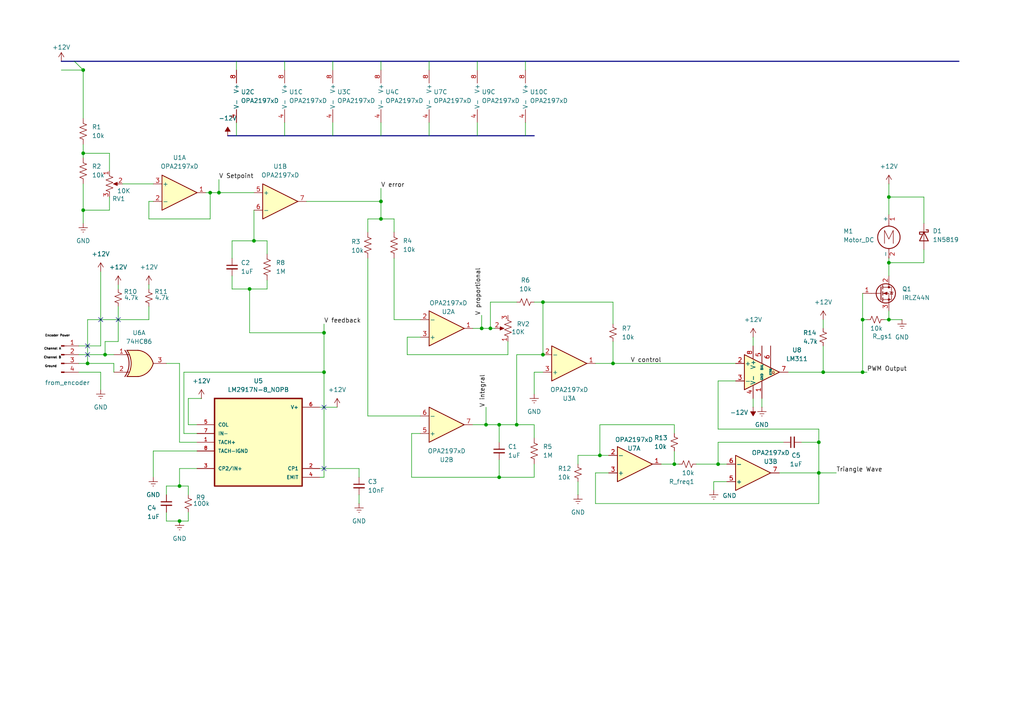
<source format=kicad_sch>
(kicad_sch (version 20250114) (generator "eeschema") (generator_version "9.0")
  (paper "A4")
  (title_block (title "Analog Cruise Control System for DC Motor Applications") (date "2025-09-11") (rev "1.1") (company "Derek Stoddard, Swaroop Handral"))
  (lib_symbols
    (symbol "74xx:74HC86" (pin_names (offset 1.016))
      (property "Reference" "U" (at 0 1.27 0))
      (property "Value" "74HC86" (at 0 -1.27 0))
      (symbol "74HC86_1_0"
        (arc (start -4.4196 3.81) (mid -3.2033 0) (end -4.4196 -3.81) (stroke (width 0.254)))
        (arc (start -3.81 3.81) (mid -2.589 0) (end -3.81 -3.81) (stroke (width 0.254)))
        (polyline (pts (xy -3.81 3.81) (xy -0.635 3.81)) (stroke (width 0.254)) (fill (type background)))
        (polyline (pts (xy -3.81 -3.81) (xy -0.635 -3.81)) (stroke (width 0.254)) (fill (type background)))
        (arc (start 3.81 0) (mid 2.1855 -2.584) (end -0.6096 -3.81) (stroke (width 0.254)) (fill (type background)))
        (arc (start -0.6096 3.81) (mid 2.1928 2.5924) (end 3.81 0) (stroke (width 0.254)) (fill (type background)))
        (polyline (pts (xy -0.635 3.81) (xy -3.81 3.81) (xy -3.81 3.81) (xy -3.556 3.4036) (xy -3.0226 2.2606) (xy -2.6924 1.0414) (xy -2.6162 -0.254) (xy -2.7686 -1.4986) (xy -3.175 -2.7178) (xy -3.81 -3.81) (xy -3.81 -3.81) (xy -0.635 -3.81)) (stroke (width -25.4)) (fill (type background)))
        (pin input line (at -7.62 2.54 0) (length 4.445) (name "~") (number "1"))
        (pin input line (at -7.62 -2.54 0) (length 4.445) (name "~") (number "2"))
        (pin output line (at 7.62 0 180) (length 3.81) (name "~") (number "3"))
      )
      (symbol "74HC86_1_1"
        (polyline (pts (xy -3.81 2.54) (xy -3.175 2.54)) (stroke (width 0.1524)))
        (polyline (pts (xy -3.81 -2.54) (xy -3.175 -2.54)) (stroke (width 0.1524)))
      )
      (symbol "74HC86_2_0"
        (arc (start -4.4196 3.81) (mid -3.2033 0) (end -4.4196 -3.81) (stroke (width 0.254)))
        (arc (start -3.81 3.81) (mid -2.589 0) (end -3.81 -3.81) (stroke (width 0.254)))
        (polyline (pts (xy -3.81 3.81) (xy -0.635 3.81)) (stroke (width 0.254)) (fill (type background)))
        (polyline (pts (xy -3.81 -3.81) (xy -0.635 -3.81)) (stroke (width 0.254)) (fill (type background)))
        (arc (start 3.81 0) (mid 2.1855 -2.584) (end -0.6096 -3.81) (stroke (width 0.254)) (fill (type background)))
        (arc (start -0.6096 3.81) (mid 2.1928 2.5924) (end 3.81 0) (stroke (width 0.254)) (fill (type background)))
        (polyline (pts (xy -0.635 3.81) (xy -3.81 3.81) (xy -3.81 3.81) (xy -3.556 3.4036) (xy -3.0226 2.2606) (xy -2.6924 1.0414) (xy -2.6162 -0.254) (xy -2.7686 -1.4986) (xy -3.175 -2.7178) (xy -3.81 -3.81) (xy -3.81 -3.81) (xy -0.635 -3.81)) (stroke (width -25.4)) (fill (type background)))
        (pin input line (at -7.62 2.54 0) (length 4.445) (name "~") (number "4"))
        (pin input line (at -7.62 -2.54 0) (length 4.445) (name "~") (number "5"))
        (pin output line (at 7.62 0 180) (length 3.81) (name "~") (number "6"))
      )
      (symbol "74HC86_2_1"
        (polyline (pts (xy -3.81 2.54) (xy -3.175 2.54)) (stroke (width 0.1524)))
        (polyline (pts (xy -3.81 -2.54) (xy -3.175 -2.54)) (stroke (width 0.1524)))
      )
      (symbol "74HC86_3_0"
        (arc (start -4.4196 3.81) (mid -3.2033 0) (end -4.4196 -3.81) (stroke (width 0.254)))
        (arc (start -3.81 3.81) (mid -2.589 0) (end -3.81 -3.81) (stroke (width 0.254)))
        (polyline (pts (xy -3.81 3.81) (xy -0.635 3.81)) (stroke (width 0.254)) (fill (type background)))
        (polyline (pts (xy -3.81 -3.81) (xy -0.635 -3.81)) (stroke (width 0.254)) (fill (type background)))
        (arc (start 3.81 0) (mid 2.1855 -2.584) (end -0.6096 -3.81) (stroke (width 0.254)) (fill (type background)))
        (arc (start -0.6096 3.81) (mid 2.1928 2.5924) (end 3.81 0) (stroke (width 0.254)) (fill (type background)))
        (polyline (pts (xy -0.635 3.81) (xy -3.81 3.81) (xy -3.81 3.81) (xy -3.556 3.4036) (xy -3.0226 2.2606) (xy -2.6924 1.0414) (xy -2.6162 -0.254) (xy -2.7686 -1.4986) (xy -3.175 -2.7178) (xy -3.81 -3.81) (xy -3.81 -3.81) (xy -0.635 -3.81)) (stroke (width -25.4)) (fill (type background)))
        (pin input line (at -7.62 2.54 0) (length 4.445) (name "~") (number "9"))
        (pin input line (at -7.62 -2.54 0) (length 4.445) (name "~") (number "10"))
        (pin output line (at 7.62 0 180) (length 3.81) (name "~") (number "8"))
      )
      (symbol "74HC86_3_1"
        (polyline (pts (xy -3.81 2.54) (xy -3.175 2.54)) (stroke (width 0.1524)))
        (polyline (pts (xy -3.81 -2.54) (xy -3.175 -2.54)) (stroke (width 0.1524)))
      )
      (symbol "74HC86_4_0"
        (arc (start -4.4196 3.81) (mid -3.2033 0) (end -4.4196 -3.81) (stroke (width 0.254)))
        (arc (start -3.81 3.81) (mid -2.589 0) (end -3.81 -3.81) (stroke (width 0.254)))
        (polyline (pts (xy -3.81 3.81) (xy -0.635 3.81)) (stroke (width 0.254)) (fill (type background)))
        (polyline (pts (xy -3.81 -3.81) (xy -0.635 -3.81)) (stroke (width 0.254)) (fill (type background)))
        (arc (start 3.81 0) (mid 2.1855 -2.584) (end -0.6096 -3.81) (stroke (width 0.254)) (fill (type background)))
        (arc (start -0.6096 3.81) (mid 2.1928 2.5924) (end 3.81 0) (stroke (width 0.254)) (fill (type background)))
        (polyline (pts (xy -0.635 3.81) (xy -3.81 3.81) (xy -3.81 3.81) (xy -3.556 3.4036) (xy -3.0226 2.2606) (xy -2.6924 1.0414) (xy -2.6162 -0.254) (xy -2.7686 -1.4986) (xy -3.175 -2.7178) (xy -3.81 -3.81) (xy -3.81 -3.81) (xy -0.635 -3.81)) (stroke (width -25.4)) (fill (type background)))
        (pin input line (at -7.62 2.54 0) (length 4.445) (name "~") (number "12"))
        (pin input line (at -7.62 -2.54 0) (length 4.445) (name "~") (number "13"))
        (pin output line (at 7.62 0 180) (length 3.81) (name "~") (number "11"))
      )
      (symbol "74HC86_4_1"
        (polyline (pts (xy -3.81 2.54) (xy -3.175 2.54)) (stroke (width 0.1524)))
        (polyline (pts (xy -3.81 -2.54) (xy -3.175 -2.54)) (stroke (width 0.1524)))
      )
      (symbol "74HC86_5_0"
        (pin power_in line (at 0 12.7 270) (length 5.08) (name "VCC") (number "14"))
        (pin power_in line (at 0 -12.7 90) (length 5.08) (name "GND") (number "7"))
      )
      (symbol "74HC86_5_1"
        (rectangle (start -5.08 7.62) (end 5.08 -7.62) (stroke (width 0.254)) (fill (type background)))
      )
    )
    (symbol "Amplifier_Operational:OPA2197xD" (pin_names (offset 0.127))
      (property "Reference" "U" (at 2.54 6.35 0))
      (property "Value" "OPA2197xD" (at 2.54 3.81 0))
      (symbol "OPA2197xD_1_1"
        (polyline (pts (xy 5.08 0) (xy -5.08 5.08) (xy -5.08 -5.08) (xy 5.08 0)) (stroke (width 0.254)) (fill (type background)))
        (pin input line (at -7.62 2.54 0) (length 2.54) (name "+") (number "3"))
        (pin input line (at -7.62 -2.54 0) (length 2.54) (name "-") (number "2"))
        (pin output line (at 7.62 0 180) (length 2.54) (name "~") (number "1"))
      )
      (symbol "OPA2197xD_2_1"
        (polyline (pts (xy 5.08 0) (xy -5.08 5.08) (xy -5.08 -5.08) (xy 5.08 0)) (stroke (width 0.254)) (fill (type background)))
        (pin input line (at -7.62 2.54 0) (length 2.54) (name "+") (number "5"))
        (pin input line (at -7.62 -2.54 0) (length 2.54) (name "-") (number "6"))
        (pin output line (at 7.62 0 180) (length 2.54) (name "~") (number "7"))
      )
      (symbol "OPA2197xD_3_1"
        (pin power_in line (at 0 7.62 270) (length 3.81) (name "V+") (number "8"))
        (pin power_in line (at 0 -7.62 90) (length 3.81) (name "V-") (number "4"))
      )
    )
    (symbol "Comparator:LM311" (pin_names (offset 0.127))
      (property "Reference" "U" (at 3.81 6.35 0))
      (property "Value" "LM311" (at 3.81 3.81 0))
      (symbol "LM311_0_1"
        (polyline (pts (xy 3.683 -0.381) (xy 3.302 -0.381) (xy 3.683 0) (xy 3.302 0.381) (xy 2.921 0) (xy 3.302 -0.381) (xy 2.921 -0.381)) (stroke (width 0.127)))
        (polyline (pts (xy 5.08 0) (xy -5.08 5.08) (xy -5.08 -5.08) (xy 5.08 0)) (stroke (width 0.254)) (fill (type background)))
      )
      (symbol "LM311_1_1"
        (pin input line (at -7.62 2.54 0) (length 2.54) (name "+") (number "2"))
        (pin input line (at -7.62 -2.54 0) (length 2.54) (name "-") (number "3"))
        (pin power_in line (at -2.54 7.62 270) (length 3.81) (name "V+") (number "8"))
        (pin power_in line (at -2.54 -7.62 90) (length 3.81) (name "V-") (number "4"))
        (pin input line (at 0 7.62 270) (length 5.08) (name "BAL") (number "5"))
        (pin passive line (at 0 -7.62 90) (length 5.08) (name "GND") (number "1"))
        (pin input line (at 2.54 7.62 270) (length 6.35) (name "STRB") (number "6"))
        (pin open_collector line (at 7.62 0 180) (length 2.54) (name "~") (number "7"))
      )
    )
    (symbol "Connector:Conn_01x04_Pin" (pin_names (offset 1.016) (hide yes))
      (property "Reference" "J" (at 0 5.08 0))
      (property "Value" "Conn_01x04_Pin" (at 0 -7.62 0))
      (symbol "Conn_01x04_Pin_1_1"
        (rectangle (start 0.8636 2.667) (end 0 2.413) (stroke (width 0.1524)) (fill (type outline)))
        (rectangle (start 0.8636 0.127) (end 0 -0.127) (stroke (width 0.1524)) (fill (type outline)))
        (rectangle (start 0.8636 -2.413) (end 0 -2.667) (stroke (width 0.1524)) (fill (type outline)))
        (rectangle (start 0.8636 -4.953) (end 0 -5.207) (stroke (width 0.1524)) (fill (type outline)))
        (polyline (pts (xy 1.27 2.54) (xy 0.8636 2.54)) (stroke (width 0.1524)))
        (polyline (pts (xy 1.27 0) (xy 0.8636 0)) (stroke (width 0.1524)))
        (polyline (pts (xy 1.27 -2.54) (xy 0.8636 -2.54)) (stroke (width 0.1524)))
        (polyline (pts (xy 1.27 -5.08) (xy 0.8636 -5.08)) (stroke (width 0.1524)))
        (pin passive line (at 5.08 2.54 180) (length 3.81) (name "Pin_1") (number "1"))
        (pin passive line (at 5.08 0 180) (length 3.81) (name "Pin_2") (number "2"))
        (pin passive line (at 5.08 -2.54 180) (length 3.81) (name "Pin_3") (number "3"))
        (pin passive line (at 5.08 -5.08 180) (length 3.81) (name "Pin_4") (number "4"))
      )
    )
    (symbol "Device:C_Small" (pin_numbers (hide yes)) (pin_names (offset 0.254) (hide yes))
      (property "Reference" "C" (at 0.254 1.778 0))
      (property "Value" "C_Small" (at 0.254 -2.032 0))
      (symbol "C_Small_0_1"
        (polyline (pts (xy -1.524 0.508) (xy 1.524 0.508)) (stroke (width 0.3048)))
        (polyline (pts (xy -1.524 -0.508) (xy 1.524 -0.508)) (stroke (width 0.3302)))
      )
      (symbol "C_Small_1_1"
        (pin passive line (at 0 2.54 270) (length 2.032) (name "~") (number "1"))
        (pin passive line (at 0 -2.54 90) (length 2.032) (name "~") (number "2"))
      )
    )
    (symbol "Device:R_Potentiometer_US" (pin_names (offset 1.016) (hide yes))
      (property "Reference" "RV" (at -4.445 0 90))
      (property "Value" "R_Potentiometer_US" (at -2.54 0 90))
      (symbol "R_Potentiometer_US_0_1"
        (polyline (pts (xy 0 2.54) (xy 0 2.286)))
        (polyline (pts (xy 0 2.286) (xy 1.016 1.905) (xy 0 1.524) (xy -1.016 1.143) (xy 0 0.762)))
        (polyline (pts (xy 0 0.762) (xy 1.016 0.381) (xy 0 0) (xy -1.016 -0.381) (xy 0 -0.762)))
        (polyline (pts (xy 0 -0.762) (xy 1.016 -1.143) (xy 0 -1.524) (xy -1.016 -1.905) (xy 0 -2.286)))
        (polyline (pts (xy 0 -2.286) (xy 0 -2.54)))
        (polyline (pts (xy 1.143 0) (xy 2.286 0.508) (xy 2.286 -0.508) (xy 1.143 0)) (fill (type outline)))
        (polyline (pts (xy 2.54 0) (xy 1.524 0)))
      )
      (symbol "R_Potentiometer_US_1_1"
        (pin passive line (at 0 3.81 270) (length 1.27) (name "1") (number "1"))
        (pin passive line (at 0 -3.81 90) (length 1.27) (name "3") (number "3"))
        (pin passive line (at 3.81 0 180) (length 1.27) (name "2") (number "2"))
      )
    )
    (symbol "Device:R_Small_US" (pin_numbers (hide yes)) (pin_names (offset 0.254) (hide yes))
      (property "Reference" "R" (at 0.762 0.508 0))
      (property "Value" "R_Small_US" (at 0.762 -1.016 0))
      (symbol "R_Small_US_1_1"
        (polyline (pts (xy 0 1.524) (xy 1.016 1.143) (xy 0 0.762) (xy -1.016 0.381) (xy 0 0)))
        (polyline (pts (xy 0 0) (xy 1.016 -0.381) (xy 0 -0.762) (xy -1.016 -1.143) (xy 0 -1.524)))
        (pin passive line (at 0 2.54 270) (length 1.016) (name "~") (number "1"))
        (pin passive line (at 0 -2.54 90) (length 1.016) (name "~") (number "2"))
      )
    )
    (symbol "Device:R_US" (pin_numbers (hide yes)) (pin_names (offset 0))
      (property "Reference" "R" (at 2.54 0 90))
      (property "Value" "R_US" (at -2.54 0 90))
      (symbol "R_US_0_1"
        (polyline (pts (xy 0 2.286) (xy 0 2.54)))
        (polyline (pts (xy 0 2.286) (xy 1.016 1.905) (xy 0 1.524) (xy -1.016 1.143) (xy 0 0.762)))
        (polyline (pts (xy 0 0.762) (xy 1.016 0.381) (xy 0 0) (xy -1.016 -0.381) (xy 0 -0.762)))
        (polyline (pts (xy 0 -0.762) (xy 1.016 -1.143) (xy 0 -1.524) (xy -1.016 -1.905) (xy 0 -2.286)))
        (polyline (pts (xy 0 -2.286) (xy 0 -2.54)))
      )
      (symbol "R_US_1_1"
        (pin passive line (at 0 3.81 270) (length 1.27) (name "~") (number "1"))
        (pin passive line (at 0 -3.81 90) (length 1.27) (name "~") (number "2"))
      )
    )
    (symbol "Diode:1N5819" (pin_numbers (hide yes)) (pin_names (offset 1.016) (hide yes))
      (property "Reference" "D" (at 0 2.54 0))
      (property "Value" "1N5819" (at 0 -2.54 0))
      (symbol "1N5819_0_1"
        (polyline (pts (xy -1.905 0.635) (xy -1.905 1.27) (xy -1.27 1.27) (xy -1.27 -1.27) (xy -0.635 -1.27) (xy -0.635 -0.635)) (stroke (width 0.254)))
        (polyline (pts (xy 1.27 1.27) (xy 1.27 -1.27) (xy -1.27 0) (xy 1.27 1.27)) (stroke (width 0.254)))
        (polyline (pts (xy 1.27 0) (xy -1.27 0)))
      )
      (symbol "1N5819_1_1"
        (pin passive line (at -3.81 0 0) (length 2.54) (name "K") (number "1"))
        (pin passive line (at 3.81 0 180) (length 2.54) (name "A") (number "2"))
      )
    )
    (symbol "LM2917N-8_NOPB:LM2917N-8_NOPB" (pin_names (offset 1.016))
      (property "Reference" "U" (at -12.7 13.7 0))
      (property "Value" "LM2917N-8_NOPB" (at -12.7 -16.7 0))
      (symbol "LM2917N-8_NOPB_0_0"
        (rectangle (start -12.7 -12.7) (end 12.7 12.7) (stroke (width 0.41)) (fill (type background)))
        (pin input line (at -17.78 5.08 0) (length 5.08) (name "COL") (number "5"))
        (pin input line (at -17.78 2.54 0) (length 5.08) (name "IN-") (number "7"))
        (pin input line (at -17.78 0 0) (length 5.08) (name "TACH+") (number "1"))
        (pin input line (at -17.78 -2.54 0) (length 5.08) (name "TACH-IGND") (number "8"))
        (pin bidirectional line (at -17.78 -7.62 0) (length 5.08) (name "CP2/IN+") (number "3"))
        (pin power_in line (at 17.78 10.16 180) (length 5.08) (name "V+") (number "6"))
        (pin output line (at 17.78 -7.62 180) (length 5.08) (name "CP1") (number "2"))
        (pin output line (at 17.78 -10.16 180) (length 5.08) (name "EMIT") (number "4"))
      )
    )
    (symbol "Motor:Motor_DC" (pin_names (offset 0))
      (property "Reference" "M" (at 2.54 2.54 0))
      (property "Value" "Motor_DC" (at 2.54 -5.08 0))
      (symbol "Motor_DC_0_0"
        (polyline (pts (xy -1.27 -3.302) (xy -1.27 0.508) (xy 0 -2.032) (xy 1.27 0.508) (xy 1.27 -3.302)))
      )
      (symbol "Motor_DC_0_1"
        (polyline (pts (xy 0 2.032) (xy 0 2.54)))
        (polyline (pts (xy 0 1.7272) (xy 0 2.0828)))
        (circle (center 0 -1.524) (radius 3.2512) (stroke (width 0.254)))
        (polyline (pts (xy 0 -4.7752) (xy 0 -5.1816)))
        (polyline (pts (xy 0 -7.62) (xy 0 -7.112)))
      )
      (symbol "Motor_DC_1_1"
        (pin passive line (at 0 5.08 270) (length 2.54) (name "+") (number "1"))
        (pin passive line (at 0 -7.62 90) (length 2.54) (name "-") (number "2"))
      )
    )
    (symbol "Transistor_FET:IRLZ44N" (pin_names (hide yes))
      (property "Reference" "Q" (at 5.08 1.905 0))
      (property "Value" "IRLZ44N" (at 5.08 0 0))
      (symbol "IRLZ44N_0_1"
        (polyline (pts (xy 0.254 1.905) (xy 0.254 -1.905)) (stroke (width 0.254)))
        (polyline (pts (xy 0.254 0) (xy -2.54 0)))
        (polyline (pts (xy 0.762 2.286) (xy 0.762 1.27)) (stroke (width 0.254)))
        (polyline (pts (xy 0.762 0.508) (xy 0.762 -0.508)) (stroke (width 0.254)))
        (polyline (pts (xy 0.762 -1.27) (xy 0.762 -2.286)) (stroke (width 0.254)))
        (polyline (pts (xy 0.762 -1.778) (xy 3.302 -1.778) (xy 3.302 1.778) (xy 0.762 1.778)))
        (polyline (pts (xy 1.016 0) (xy 2.032 0.381) (xy 2.032 -0.381) (xy 1.016 0)) (fill (type outline)))
        (circle (center 1.651 0) (radius 2.794) (stroke (width 0.254)))
        (polyline (pts (xy 2.54 2.54) (xy 2.54 1.778)))
        (circle (center 2.54 1.778) (radius 0.254) (fill (type outline)))
        (circle (center 2.54 -1.778) (radius 0.254) (fill (type outline)))
        (polyline (pts (xy 2.54 -2.54) (xy 2.54 0) (xy 0.762 0)))
        (polyline (pts (xy 2.794 0.508) (xy 2.921 0.381) (xy 3.683 0.381) (xy 3.81 0.254)))
        (polyline (pts (xy 3.302 0.381) (xy 2.921 -0.254) (xy 3.683 -0.254) (xy 3.302 0.381)))
      )
      (symbol "IRLZ44N_1_1"
        (pin input line (at -5.08 0 0) (length 2.54) (name "G") (number "1"))
        (pin passive line (at 2.54 5.08 270) (length 2.54) (name "D") (number "2"))
        (pin passive line (at 2.54 -5.08 90) (length 2.54) (name "S") (number "3"))
      )
    )
    (symbol "power:+12V" (power) (pin_numbers (hide yes)) (pin_names (offset 0) (hide yes))
      (property "Value" "+12V" (at 0 3.556 0))
      (symbol "+12V_0_1"
        (polyline (pts (xy -0.762 1.27) (xy 0 2.54)))
        (polyline (pts (xy 0 2.54) (xy 0.762 1.27)))
        (polyline (pts (xy 0 0) (xy 0 2.54)))
      )
      (symbol "+12V_1_1"
        (pin power_in line (at 0 0 90) (length 0) (name "~") (number "1"))
      )
    )
    (symbol "power:-12V" (power) (pin_numbers (hide yes)) (pin_names (offset 0) (hide yes))
      (property "Value" "-12V" (at 0 3.556 0))
      (symbol "-12V_0_0"
        (pin power_in line (at 0 0 90) (length 0) (name "~") (number "1"))
      )
      (symbol "-12V_0_1"
        (polyline (pts (xy 0 0) (xy 0 1.27) (xy 0.762 1.27) (xy 0 2.54) (xy -0.762 1.27) (xy 0 1.27)) (fill (type outline)))
      )
    )
    (symbol "power:GNDREF" (power) (pin_numbers (hide yes)) (pin_names (offset 0) (hide yes))
      (property "Value" "GNDREF" (at 0 -3.81 0))
      (symbol "GNDREF_0_1"
        (polyline (pts (xy -0.635 -1.905) (xy 0.635 -1.905)))
        (polyline (pts (xy -0.127 -2.54) (xy 0.127 -2.54)))
        (polyline (pts (xy 0 -1.27) (xy 0 0)))
        (polyline (pts (xy 1.27 -1.27) (xy -1.27 -1.27)))
      )
      (symbol "GNDREF_1_1"
        (pin power_in line (at 0 0 270) (length 0) (name "~") (number "1"))
      )
    )
  )
  (junction (at 93.98 107.95))
  (junction (at 177.8 105.41))
  (junction (at 52.07 140.97))
  (junction (at 157.48 102.87))
  (junction (at 149.86 123.19))
  (junction (at 208.28 134.62))
  (junction (at 72.39 83.82))
  (junction (at 52.07 151.13))
  (junction (at 257.81 76.2))
  (junction (at 93.98 96.52))
  (junction (at 250.19 92.71))
  (junction (at 63.5 55.88))
  (junction (at 238.76 107.95))
  (junction (at 73.66 69.85))
  (junction (at 144.78 123.19))
  (junction (at 24.13 60.96))
  (junction (at 195.58 134.62))
  (junction (at 237.49 137.16))
  (junction (at 24.13 20.32))
  (junction (at 157.48 87.63))
  (junction (at 257.81 92.71))
  (junction (at 60.96 55.88))
  (junction (at 139.7 95.25))
  (junction (at 110.49 58.42))
  (junction (at 110.49 63.5))
  (junction (at 140.97 123.19))
  (junction (at 237.49 128.27))
  (junction (at 257.81 57.15))
  (junction (at 250.19 107.95))
  (junction (at 25.4 105.41))
  (junction (at 173.99 132.08))
  (junction (at 30.48 102.87))
  (junction (at 24.13 44.45))
  (junction (at 142.24 95.25))
  (junction (at 144.78 138.43))
  (no_connect (at 29.21 92.71))
  (no_connect (at 25.4 100.33))
  (no_connect (at 25.4 102.87))
  (no_connect (at 34.29 92.71))
  (no_connect (at 93.98 118.11))
  (no_connect (at 93.98 135.89))
  (bus_entry (at 21.59 17.78) (size 2.54 2.54))
  (wire (pts (xy 142.24 95.25) (xy 143.51 95.25)))
  (wire (pts (xy 25.4 105.41) (xy 33.02 105.41)))
  (wire (pts (xy 124.46 17.78) (xy 124.46 20.32)))
  (wire (pts (xy 30.48 99.06) (xy 30.48 102.87)))
  (wire (pts (xy 176.53 132.08) (xy 173.99 132.08)))
  (wire (pts (xy 238.76 92.71) (xy 238.76 95.25)))
  (wire (pts (xy 22.86 100.33) (xy 29.21 100.33)))
  (wire (pts (xy 30.48 102.87) (xy 33.02 102.87)))
  (wire (pts (xy 191.77 134.62) (xy 195.58 134.62)))
  (wire (pts (xy 57.15 130.81) (xy 44.45 130.81)))
  (wire (pts (xy 53.34 125.73) (xy 57.15 125.73)))
  (wire (pts (xy 52.07 135.89) (xy 52.07 140.97)))
  (wire (pts (xy 104.14 143.51) (xy 104.14 146.05)))
  (wire (pts (xy 44.45 130.81) (xy 44.45 138.43)))
  (wire (pts (xy 93.98 138.43) (xy 93.98 107.95)))
  (wire (pts (xy 93.98 107.95) (xy 53.34 107.95)))
  (wire (pts (xy 63.5 52.07) (xy 63.5 55.88)))
  (wire (pts (xy 149.86 123.19) (xy 154.94 123.19)))
  (wire (pts (xy 172.72 137.16) (xy 172.72 146.05)))
  (wire (pts (xy 48.26 151.13) (xy 52.07 151.13)))
  (wire (pts (xy 250.19 85.09) (xy 250.19 92.71)))
  (wire (pts (xy 149.86 102.87) (xy 149.86 123.19)))
  (wire (pts (xy 96.52 35.56) (xy 96.52 39.37)))
  (wire (pts (xy 63.5 55.88) (xy 73.66 55.88)))
  (wire (pts (xy 110.49 17.78) (xy 110.49 20.32)))
  (bus (pts (xy 17.78 17.78) (xy 21.59 17.78)))
  (wire (pts (xy 177.8 105.41) (xy 213.36 105.41)))
  (wire (pts (xy 77.47 73.66) (xy 77.47 69.85)))
  (wire (pts (xy 24.13 53.34) (xy 24.13 60.96)))
  (wire (pts (xy 257.81 57.15) (xy 257.81 62.23)))
  (wire (pts (xy 114.3 74.93) (xy 114.3 92.71)))
  (wire (pts (xy 208.28 124.46) (xy 237.49 124.46)))
  (wire (pts (xy 110.49 63.5) (xy 114.3 63.5)))
  (wire (pts (xy 177.8 105.41) (xy 177.8 99.06)))
  (wire (pts (xy 218.44 115.57) (xy 218.44 118.11)))
  (wire (pts (xy 29.21 78.74) (xy 29.21 100.33)))
  (wire (pts (xy 251.46 107.95) (xy 250.19 107.95)))
  (wire (pts (xy 152.4 35.56) (xy 152.4 39.37)))
  (wire (pts (xy 157.48 87.63) (xy 157.48 102.87)))
  (wire (pts (xy 138.43 17.78) (xy 138.43 20.32)))
  (wire (pts (xy 72.39 96.52) (xy 72.39 83.82)))
  (wire (pts (xy 44.45 58.42) (xy 43.18 58.42)))
  (wire (pts (xy 157.48 107.95) (xy 154.94 107.95)))
  (wire (pts (xy 24.13 20.32) (xy 24.13 34.29)))
  (wire (pts (xy 208.28 128.27) (xy 208.28 134.62)))
  (wire (pts (xy 257.81 74.93) (xy 257.81 76.2)))
  (wire (pts (xy 140.97 118.11) (xy 140.97 123.19)))
  (wire (pts (xy 25.4 92.71) (xy 25.4 105.41)))
  (wire (pts (xy 29.21 107.95) (xy 29.21 113.03)))
  (wire (pts (xy 119.38 138.43) (xy 119.38 125.73)))
  (bus (pts (xy 66.04 39.37) (xy 154.94 39.37)))
  (wire (pts (xy 208.28 134.62) (xy 210.82 134.62)))
  (wire (pts (xy 104.14 135.89) (xy 104.14 138.43)))
  (wire (pts (xy 33.02 105.41) (xy 33.02 107.95)))
  (wire (pts (xy 72.39 83.82) (xy 77.47 83.82)))
  (wire (pts (xy 119.38 125.73) (xy 121.92 125.73)))
  (wire (pts (xy 210.82 139.7) (xy 207.01 139.7)))
  (wire (pts (xy 257.81 53.34) (xy 257.81 57.15)))
  (wire (pts (xy 77.47 81.28) (xy 77.47 83.82)))
  (wire (pts (xy 43.18 63.5) (xy 60.96 63.5)))
  (wire (pts (xy 118.11 97.79) (xy 121.92 97.79)))
  (wire (pts (xy 34.29 99.06) (xy 30.48 99.06)))
  (wire (pts (xy 144.78 133.35) (xy 144.78 138.43)))
  (wire (pts (xy 144.78 138.43) (xy 119.38 138.43)))
  (wire (pts (xy 54.61 143.51) (xy 54.61 140.97)))
  (wire (pts (xy 93.98 96.52) (xy 93.98 107.95)))
  (wire (pts (xy 31.75 49.53) (xy 31.75 44.45)))
  (wire (pts (xy 31.75 57.15) (xy 31.75 60.96)))
  (wire (pts (xy 52.07 105.41) (xy 52.07 128.27)))
  (wire (pts (xy 176.53 137.16) (xy 172.72 137.16)))
  (wire (pts (xy 152.4 17.78) (xy 152.4 20.32)))
  (wire (pts (xy 24.13 44.45) (xy 24.13 45.72)))
  (wire (pts (xy 52.07 128.27) (xy 57.15 128.27)))
  (wire (pts (xy 137.16 123.19) (xy 140.97 123.19)))
  (wire (pts (xy 213.36 110.49) (xy 208.28 110.49)))
  (wire (pts (xy 154.94 138.43) (xy 144.78 138.43)))
  (wire (pts (xy 82.55 35.56) (xy 82.55 39.37)))
  (wire (pts (xy 172.72 105.41) (xy 177.8 105.41)))
  (wire (pts (xy 157.48 87.63) (xy 177.8 87.63)))
  (wire (pts (xy 139.7 91.44) (xy 139.7 95.25)))
  (wire (pts (xy 52.07 105.41) (xy 48.26 105.41)))
  (wire (pts (xy 54.61 140.97) (xy 52.07 140.97)))
  (wire (pts (xy 147.32 102.87) (xy 118.11 102.87)))
  (wire (pts (xy 154.94 123.19) (xy 154.94 127)))
  (wire (pts (xy 149.86 87.63) (xy 142.24 87.63)))
  (wire (pts (xy 53.34 107.95) (xy 53.34 125.73)))
  (wire (pts (xy 144.78 123.19) (xy 144.78 128.27)))
  (wire (pts (xy 157.48 102.87) (xy 149.86 102.87)))
  (wire (pts (xy 48.26 140.97) (xy 52.07 140.97)))
  (wire (pts (xy 73.66 69.85) (xy 77.47 69.85)))
  (wire (pts (xy 31.75 44.45) (xy 24.13 44.45)))
  (wire (pts (xy 137.16 95.25) (xy 139.7 95.25)))
  (wire (pts (xy 68.58 17.78) (xy 68.58 20.32)))
  (wire (pts (xy 35.56 53.34) (xy 44.45 53.34)))
  (wire (pts (xy 154.94 107.95) (xy 154.94 114.3)))
  (wire (pts (xy 34.29 88.9) (xy 34.29 99.06)))
  (wire (pts (xy 22.86 102.87) (xy 30.48 102.87)))
  (wire (pts (xy 167.64 132.08) (xy 167.64 134.62)))
  (wire (pts (xy 68.58 35.56) (xy 68.58 39.37)))
  (wire (pts (xy 154.94 134.62) (xy 154.94 138.43)))
  (wire (pts (xy 43.18 88.9) (xy 43.18 92.71)))
  (wire (pts (xy 110.49 54.61) (xy 110.49 58.42)))
  (wire (pts (xy 228.6 107.95) (xy 238.76 107.95)))
  (wire (pts (xy 250.19 92.71) (xy 251.46 92.71)))
  (wire (pts (xy 92.71 138.43) (xy 93.98 138.43)))
  (wire (pts (xy 92.71 118.11) (xy 97.79 118.11)))
  (wire (pts (xy 31.75 60.96) (xy 24.13 60.96)))
  (wire (pts (xy 24.13 60.96) (xy 24.13 64.77)))
  (wire (pts (xy 72.39 96.52) (xy 93.98 96.52)))
  (wire (pts (xy 106.68 63.5) (xy 106.68 67.31)))
  (wire (pts (xy 267.97 64.77) (xy 267.97 57.15)))
  (wire (pts (xy 73.66 69.85) (xy 73.66 60.96)))
  (wire (pts (xy 237.49 128.27) (xy 237.49 137.16)))
  (wire (pts (xy 60.96 55.88) (xy 63.5 55.88)))
  (wire (pts (xy 48.26 143.51) (xy 48.26 140.97)))
  (wire (pts (xy 250.19 92.71) (xy 250.19 107.95)))
  (wire (pts (xy 139.7 95.25) (xy 142.24 95.25)))
  (wire (pts (xy 106.68 120.65) (xy 121.92 120.65)))
  (wire (pts (xy 106.68 74.93) (xy 106.68 120.65)))
  (wire (pts (xy 237.49 146.05) (xy 237.49 137.16)))
  (wire (pts (xy 118.11 102.87) (xy 118.11 97.79)))
  (wire (pts (xy 110.49 35.56) (xy 110.49 39.37)))
  (wire (pts (xy 110.49 58.42) (xy 110.49 63.5)))
  (wire (pts (xy 256.54 92.71) (xy 257.81 92.71)))
  (wire (pts (xy 237.49 137.16) (xy 242.57 137.16)))
  (wire (pts (xy 114.3 63.5) (xy 114.3 67.31)))
  (wire (pts (xy 226.06 137.16) (xy 237.49 137.16)))
  (wire (pts (xy 195.58 123.19) (xy 173.99 123.19)))
  (wire (pts (xy 238.76 107.95) (xy 250.19 107.95)))
  (wire (pts (xy 17.78 20.32) (xy 24.13 20.32)))
  (wire (pts (xy 201.93 134.62) (xy 208.28 134.62)))
  (wire (pts (xy 67.31 80.01) (xy 67.31 83.82)))
  (wire (pts (xy 172.72 146.05) (xy 237.49 146.05)))
  (wire (pts (xy 52.07 135.89) (xy 57.15 135.89)))
  (wire (pts (xy 144.78 123.19) (xy 149.86 123.19)))
  (wire (pts (xy 208.28 110.49) (xy 208.28 124.46)))
  (wire (pts (xy 140.97 123.19) (xy 144.78 123.19)))
  (wire (pts (xy 207.01 139.7) (xy 207.01 142.24)))
  (wire (pts (xy 22.86 107.95) (xy 29.21 107.95)))
  (wire (pts (xy 43.18 82.55) (xy 43.18 83.82)))
  (wire (pts (xy 124.46 35.56) (xy 124.46 39.37)))
  (wire (pts (xy 195.58 125.73) (xy 195.58 123.19)))
  (wire (pts (xy 106.68 63.5) (xy 110.49 63.5)))
  (wire (pts (xy 34.29 83.82) (xy 34.29 82.55)))
  (wire (pts (xy 67.31 83.82) (xy 72.39 83.82)))
  (wire (pts (xy 54.61 123.19) (xy 54.61 115.57)))
  (wire (pts (xy 257.81 92.71) (xy 261.62 92.71)))
  (wire (pts (xy 227.33 128.27) (xy 208.28 128.27)))
  (wire (pts (xy 220.98 115.57) (xy 220.98 118.11)))
  (wire (pts (xy 59.69 55.88) (xy 60.96 55.88)))
  (wire (pts (xy 43.18 58.42) (xy 43.18 63.5)))
  (wire (pts (xy 267.97 76.2) (xy 257.81 76.2)))
  (wire (pts (xy 114.3 92.71) (xy 121.92 92.71)))
  (wire (pts (xy 52.07 151.13) (xy 54.61 151.13)))
  (wire (pts (xy 238.76 100.33) (xy 238.76 107.95)))
  (wire (pts (xy 24.13 41.91) (xy 24.13 44.45)))
  (wire (pts (xy 257.81 90.17) (xy 257.81 92.71)))
  (wire (pts (xy 92.71 135.89) (xy 104.14 135.89)))
  (wire (pts (xy 173.99 132.08) (xy 167.64 132.08)))
  (wire (pts (xy 195.58 130.81) (xy 195.58 134.62)))
  (wire (pts (xy 67.31 74.93) (xy 67.31 69.85)))
  (wire (pts (xy 43.18 92.71) (xy 25.4 92.71)))
  (wire (pts (xy 232.41 128.27) (xy 237.49 128.27)))
  (wire (pts (xy 22.86 105.41) (xy 25.4 105.41)))
  (wire (pts (xy 54.61 115.57) (xy 58.42 115.57)))
  (wire (pts (xy 167.64 139.7) (xy 167.64 143.51)))
  (wire (pts (xy 195.58 134.62) (xy 196.85 134.62)))
  (wire (pts (xy 138.43 35.56) (xy 138.43 39.37)))
  (bus (pts (xy 21.59 17.78) (xy 278.13 17.78)))
  (wire (pts (xy 257.81 76.2) (xy 257.81 80.01)))
  (wire (pts (xy 93.98 93.98) (xy 93.98 96.52)))
  (wire (pts (xy 142.24 87.63) (xy 142.24 95.25)))
  (wire (pts (xy 237.49 124.46) (xy 237.49 128.27)))
  (wire (pts (xy 48.26 148.59) (xy 48.26 151.13)))
  (wire (pts (xy 173.99 123.19) (xy 173.99 132.08)))
  (wire (pts (xy 218.44 97.79) (xy 218.44 100.33)))
  (wire (pts (xy 54.61 151.13) (xy 54.61 148.59)))
  (wire (pts (xy 57.15 123.19) (xy 54.61 123.19)))
  (wire (pts (xy 67.31 69.85) (xy 73.66 69.85)))
  (wire (pts (xy 177.8 87.63) (xy 177.8 93.98)))
  (wire (pts (xy 267.97 57.15) (xy 257.81 57.15)))
  (wire (pts (xy 60.96 63.5) (xy 60.96 55.88)))
  (wire (pts (xy 154.94 87.63) (xy 157.48 87.63)))
  (wire (pts (xy 88.9 58.42) (xy 110.49 58.42)))
  (wire (pts (xy 96.52 17.78) (xy 96.52 20.32)))
  (wire (pts (xy 147.32 99.06) (xy 147.32 102.87)))
  (wire (pts (xy 267.97 72.39) (xy 267.97 76.2)))
  (wire (pts (xy 82.55 17.78) (xy 82.55 20.32)))
  (label "V proportional" (at 139.7 91.44 90))
  (label "V integral" (at 140.97 118.11 90))
  (label "Channel A" (at 17.78 101.6 180) (effects (font (size 0.635 0.635))))
  (label "Encoder Power" (at 20.32 97.79 180) (effects (font (size 0.635 0.635))))
  (label "Channel B" (at 17.78 104.14 180) (effects (font (size 0.635 0.635))))
  (label "V feedback" (at 93.98 93.98 0))
  (label "PWM Output" (at 251.46 107.95 0))
  (label "V Setpoint" (at 63.5 52.07 0))
  (label "V control" (at 182.88 105.41 0))
  (label "Ground" (at 16.51 106.68 180) (effects (font (size 0.635 0.635))))
  (label "V error" (at 110.49 54.61 0))
  (label "Triangle Wave" (at 242.57 137.16 0))
  (symbol (lib_id "power:+12V") (at 58.42 115.57 0) (unit 1)
    (property "Reference" "#PWR010" (effects (hide yes)))
    (property "Value" "+12V" (at 58.42 110.49 0))
    (property "Description" "Power symbol creates a global label with name \"+12V\"" (effects (hide yes)))
  )
  (symbol (lib_id "Transistor_FET:IRLZ44N") (at 255.27 85.09 0) (unit 1)
    (property "Reference" "Q1" (at 261.62 83.8199 0) (effects (justify left)))
    (property "Value" "IRLZ44N" (at 261.62 86.3599 0) (effects (justify left)))
    (property "Footprint" "Package_TO_SOT_THT:TO-220-3_Vertical" (effects (hide yes)))
    (property "Datasheet" "http://www.irf.com/product-info/datasheets/data/irlz44n.pdf" (effects (hide yes)))
    (property "Description" "47A Id, 55V Vds, 22mOhm Rds Single N-Channel HEXFET Power MOSFET, TO-220AB" (effects (hide yes)))
  )
  (symbol (lib_id "power:+12V") (at 43.18 82.55 0) (unit 1)
    (property "Reference" "#PWR012" (effects (hide yes)))
    (property "Value" "+12V" (at 43.18 77.47 0))
    (property "Description" "Power symbol creates a global label with name \"+12V\"" (effects (hide yes)))
  )
  (symbol (lib_id "Diode:1N5819") (at 267.97 68.58 270) (unit 1)
    (property "Reference" "D1" (at 270.51 66.9924 90) (effects (justify left)))
    (property "Value" "1N5819" (at 270.51 69.5324 90) (effects (justify left)))
    (property "Footprint" "Diode_THT:D_DO-41_SOD81_P10.16mm_Horizontal" (effects (hide yes)))
    (property "Datasheet" "http://www.vishay.com/docs/88525/1n5817.pdf" (effects (hide yes)))
    (property "Description" "40V 1A Schottky Barrier Rectifier Diode, DO-41" (effects (hide yes)))
  )
  (symbol (lib_id "power:GNDREF") (at 29.21 113.03 0) (unit 1)
    (property "Reference" "#PWR08" (effects (hide yes)))
    (property "Value" "GND" (at 29.21 118.11 0))
    (property "Description" "Power symbol creates a global label with name \"GNDREF\" , reference supply ground" (effects (hide yes)))
  )
  (symbol (lib_id "power:GNDREF") (at 220.98 118.11 0) (unit 1)
    (property "Reference" "#PWR015" (effects (hide yes)))
    (property "Value" "GND" (at 220.98 123.19 0))
    (property "Description" "Power symbol creates a global label with name \"GNDREF\" , reference supply ground" (effects (hide yes)))
  )
  (symbol (lib_id "Device:C_Small") (at 144.78 130.81 0) (unit 1)
    (property "Reference" "C1" (at 147.32 129.5462 0) (effects (justify left)))
    (property "Value" "1uF" (at 147.32 132.0862 0) (effects (justify left)))
    (property "Description" "Unpolarized capacitor, small symbol" (effects (hide yes)))
  )
  (symbol (lib_id "power:GNDREF") (at 52.07 151.13 0) (unit 1)
    (property "Reference" "#PWR06" (effects (hide yes)))
    (property "Value" "GND" (at 52.07 156.21 0))
    (property "Description" "Power symbol creates a global label with name \"GNDREF\" , reference supply ground" (effects (hide yes)))
  )
  (symbol (lib_id "power:GNDREF") (at 207.01 142.24 0) (unit 1)
    (property "Reference" "#PWR017" (effects (hide yes)))
    (property "Value" "GND" (at 211.582 143.764 0))
    (property "Description" "Power symbol creates a global label with name \"GNDREF\" , reference supply ground" (effects (hide yes)))
  )
  (symbol (lib_id "Connector:Conn_01x04_Pin") (at 17.78 102.87 0) (unit 1)
    (property "Reference" "J1" (effects (hide yes)))
    (property "Value" "from_encoder" (at 19.558 110.998 0))
    (property "Description" "Generic connector, single row, 01x04, script generated" (effects (hide yes)))
  )
  (symbol (lib_id "power:GNDREF") (at 154.94 114.3 0) (unit 1)
    (property "Reference" "#PWR02" (effects (hide yes)))
    (property "Value" "GND" (at 154.94 119.38 0))
    (property "Description" "Power symbol creates a global label with name \"GNDREF\" , reference supply ground" (effects (hide yes)))
  )
  (symbol (lib_id "Device:R_Potentiometer_US") (at 147.32 95.25 180) (unit 1)
    (property "Reference" "RV2" (at 149.86 93.98 0) (effects (justify right)))
    (property "Value" "10K" (at 148.336 96.266 0) (effects (justify right)))
    (property "Description" "Potentiometer, US symbol" (effects (hide yes)))
    (property "Sim.Device" "R" (effects (hide yes)))
    (property "Sim.Pins" "1=+ 2=-" (effects (hide yes)))
    (property "Sim.Params" "r=10K" (effects (hide yes)))
  )
  (symbol (lib_id "Device:R_US") (at 77.47 77.47 0) (unit 1)
    (property "Reference" "R8" (at 80.01 76.1999 0) (effects (justify left)))
    (property "Value" "1M" (at 80.01 78.7399 0) (effects (justify left)))
    (property "Description" "Resistor, US symbol" (effects (hide yes)))
  )
  (symbol (lib_id "power:+12V") (at 17.78 17.78 0) (unit 1)
    (property "Reference" "#PWR01" (effects (hide yes)))
    (property "Value" "+12V" (at 17.78 13.716 0))
    (property "Description" "Power symbol creates a global label with name \"+12V\"" (effects (hide yes)))
  )
  (symbol (lib_id "Device:R_Small_US") (at 238.76 97.79 180) (unit 1)
    (property "Reference" "R14" (at 232.918 96.52 0) (effects (justify right)))
    (property "Value" "4.7k" (at 232.918 99.06 0) (effects (justify right)))
    (property "Description" "Resistor, small US symbol" (effects (hide yes)))
  )
  (symbol (lib_id "Device:C_Small") (at 229.87 128.27 90) (unit 1)
    (property "Reference" "C5" (at 230.886 132.08 90))
    (property "Value" "1uF" (at 230.886 134.62 90))
    (property "Description" "Unpolarized capacitor, small symbol" (effects (hide yes)))
  )
  (symbol (lib_id "Amplifier_Operational:OPA2197xD") (at 138.43 27.94 0) (unit 3)
    (property "Reference" "U9" (at 139.7 26.6699 0) (effects (justify left)))
    (property "Value" "OPA2197xD" (at 139.7 29.2099 0) (effects (justify left)))
    (property "Footprint" "Package_SO:SOIC-8_3.9x4.9mm_P1.27mm" (effects (hide yes)))
    (property "Datasheet" "http://www.ti.com/lit/ds/symlink/opa2197.pdf" (effects (hide yes)))
    (property "Description" "Dual 36V, Precision, Rail-to-Rail Input/Output, Low Offset Voltage, Operational Amplifier, SOIC-8" (effects (hide yes)))
  )
  (symbol (lib_id "Device:R_Small_US") (at 167.64 137.16 180) (unit 1)
    (property "Reference" "R12" (at 161.798 135.89 0) (effects (justify right)))
    (property "Value" "10k" (at 161.798 138.43 0) (effects (justify right)))
    (property "Description" "Resistor, small US symbol" (effects (hide yes)))
  )
  (symbol (lib_id "Device:C_Small") (at 104.14 140.97 0) (unit 1)
    (property "Reference" "C3" (at 106.68 139.7062 0) (effects (justify left)))
    (property "Value" "10nF" (at 106.68 142.2462 0) (effects (justify left)))
    (property "Description" "Unpolarized capacitor, small symbol" (effects (hide yes)))
  )
  (symbol (lib_id "power:+12V") (at 238.76 92.71 0) (unit 1)
    (property "Reference" "#PWR020" (effects (hide yes)))
    (property "Value" "+12V" (at 238.76 87.63 0))
    (property "Description" "Power symbol creates a global label with name \"+12V\"" (effects (hide yes)))
  )
  (symbol (lib_id "LM2917N-8_NOPB:LM2917N-8_NOPB") (at 74.93 128.27 0) (unit 1)
    (property "Reference" "U5" (at 74.93 110.49 0))
    (property "Value" "LM2917N-8_NOPB" (at 74.93 113.03 0))
    (property "Footprint" "LM2917N-8_NOPB:DIP794W45P254L959H508Q8" (effects (hide yes)))
  )
  (symbol (lib_id "Amplifier_Operational:OPA2197xD") (at 68.58 27.94 0) (unit 3)
    (property "Reference" "U2" (at 69.85 26.6699 0) (effects (justify left)))
    (property "Value" "OPA2197xD" (at 69.85 29.2099 0) (effects (justify left)))
    (property "Footprint" "Package_SO:SOIC-8_3.9x4.9mm_P1.27mm" (effects (hide yes)))
    (property "Datasheet" "http://www.ti.com/lit/ds/symlink/opa2197.pdf" (effects (hide yes)))
    (property "Description" "Dual 36V, Precision, Rail-to-Rail Input/Output, Low Offset Voltage, Operational Amplifier, SOIC-8" (effects (hide yes)))
  )
  (symbol (lib_id "Device:R_Small_US") (at 34.29 86.36 180) (unit 1)
    (property "Reference" "R10" (at 37.846 84.582 0))
    (property "Value" "4.7k" (at 38.1 86.36 0))
    (property "Description" "Resistor, small US symbol" (effects (hide yes)))
  )
  (symbol (lib_id "Amplifier_Operational:OPA2197xD") (at 110.49 27.94 0) (unit 3)
    (property "Reference" "U4" (at 111.76 26.6699 0) (effects (justify left)))
    (property "Value" "OPA2197xD" (at 111.76 29.2099 0) (effects (justify left)))
    (property "Footprint" "Package_SO:SOIC-8_3.9x4.9mm_P1.27mm" (effects (hide yes)))
    (property "Datasheet" "http://www.ti.com/lit/ds/symlink/opa2197.pdf" (effects (hide yes)))
    (property "Description" "Dual 36V, Precision, Rail-to-Rail Input/Output, Low Offset Voltage, Operational Amplifier, SOIC-8" (effects (hide yes)))
  )
  (symbol (lib_id "Amplifier_Operational:OPA2197xD") (at 82.55 27.94 0) (unit 3)
    (property "Reference" "U1" (at 83.82 26.6699 0) (effects (justify left)))
    (property "Value" "OPA2197xD" (at 83.82 29.2099 0) (effects (justify left)))
    (property "Footprint" "Package_SO:SOIC-8_3.9x4.9mm_P1.27mm" (effects (hide yes)))
    (property "Datasheet" "http://www.ti.com/lit/ds/symlink/opa2197.pdf" (effects (hide yes)))
    (property "Description" "Dual 36V, Precision, Rail-to-Rail Input/Output, Low Offset Voltage, Operational Amplifier, SOIC-8" (effects (hide yes)))
  )
  (symbol (lib_id "Device:R_Small_US") (at 254 92.71 270) (unit 1)
    (property "Reference" "R_gs1" (at 258.826 97.536 90) (effects (justify right)))
    (property "Value" "10k" (at 256.032 95.25 90) (effects (justify right)))
    (property "Description" "Resistor, small US symbol" (effects (hide yes)))
  )
  (symbol (lib_id "Amplifier_Operational:OPA2197xD") (at 218.44 137.16 0) (mirror x) (unit 2)
    (property "Reference" "U3" (at 223.52 133.858 0))
    (property "Value" "OPA2197xD" (at 223.52 131.318 0))
    (property "Footprint" "Package_SO:SOIC-8_3.9x4.9mm_P1.27mm" (effects (hide yes)))
    (property "Datasheet" "http://www.ti.com/lit/ds/symlink/opa2197.pdf" (effects (hide yes)))
    (property "Description" "Dual 36V, Precision, Rail-to-Rail Input/Output, Low Offset Voltage, Operational Amplifier, SOIC-8" (effects (hide yes)))
  )
  (symbol (lib_id "power:+12V") (at 257.81 53.34 0) (unit 1)
    (property "Reference" "#PWR019" (effects (hide yes)))
    (property "Value" "+12V" (at 257.81 48.26 0))
    (property "Description" "Power symbol creates a global label with name \"+12V\"" (effects (hide yes)))
  )
  (symbol (lib_id "Device:R_Small_US") (at 43.18 86.36 180) (unit 1)
    (property "Reference" "R11" (at 46.736 84.582 0))
    (property "Value" "4.7k" (at 46.99 86.36 0))
    (property "Description" "Resistor, small US symbol" (effects (hide yes)))
  )
  (symbol (lib_id "Device:C_Small") (at 67.31 77.47 0) (unit 1)
    (property "Reference" "C2" (at 69.85 76.2062 0) (effects (justify left)))
    (property "Value" "1uF" (at 69.85 78.7462 0) (effects (justify left)))
    (property "Description" "Unpolarized capacitor, small symbol" (effects (hide yes)))
  )
  (symbol (lib_id "power:GNDREF") (at 261.62 92.71 0) (unit 1)
    (property "Reference" "#PWR018" (effects (hide yes)))
    (property "Value" "GND" (at 261.62 97.79 0))
    (property "Description" "Power symbol creates a global label with name \"GNDREF\" , reference supply ground" (effects (hide yes)))
  )
  (symbol (lib_id "Device:R_Potentiometer_US") (at 31.75 53.34 0) (unit 1)
    (property "Reference" "RV1" (at 36.322 57.658 0) (effects (justify right)))
    (property "Value" "10K" (at 37.846 55.372 0) (effects (justify right)))
    (property "Description" "Potentiometer, US symbol" (effects (hide yes)))
    (property "Sim.Device" "R" (effects (hide yes)))
    (property "Sim.Pins" "1=+ 2=-" (effects (hide yes)))
    (property "Sim.Params" "r=10K" (effects (hide yes)))
  )
  (symbol (lib_id "power:GNDREF") (at 104.14 146.05 0) (unit 1)
    (property "Reference" "#PWR05" (effects (hide yes)))
    (property "Value" "GND" (at 104.14 151.13 0))
    (property "Description" "Power symbol creates a global label with name \"GNDREF\" , reference supply ground" (effects (hide yes)))
  )
  (symbol (lib_id "Amplifier_Operational:OPA2197xD") (at 52.07 55.88 0) (unit 1)
    (property "Reference" "U1" (at 52.07 45.72 0))
    (property "Value" "OPA2197xD" (at 52.07 48.26 0))
    (property "Footprint" "Package_SO:SOIC-8_3.9x4.9mm_P1.27mm" (effects (hide yes)))
    (property "Datasheet" "http://www.ti.com/lit/ds/symlink/opa2197.pdf" (effects (hide yes)))
    (property "Description" "Dual 36V, Precision, Rail-to-Rail Input/Output, Low Offset Voltage, Operational Amplifier, SOIC-8" (effects (hide yes)))
  )
  (symbol (lib_id "Device:R_Small_US") (at 199.39 134.62 270) (unit 1)
    (property "Reference" "R_freq1" (at 201.422 139.7 90) (effects (justify right)))
    (property "Value" "10k" (at 201.422 137.16 90) (effects (justify right)))
    (property "Description" "Resistor, small US symbol" (effects (hide yes)))
  )
  (symbol (lib_id "Amplifier_Operational:OPA2197xD") (at 96.52 27.94 0) (unit 3)
    (property "Reference" "U3" (at 97.79 26.6699 0) (effects (justify left)))
    (property "Value" "OPA2197xD" (at 97.79 29.2099 0) (effects (justify left)))
    (property "Footprint" "Package_SO:SOIC-8_3.9x4.9mm_P1.27mm" (effects (hide yes)))
    (property "Datasheet" "http://www.ti.com/lit/ds/symlink/opa2197.pdf" (effects (hide yes)))
    (property "Description" "Dual 36V, Precision, Rail-to-Rail Input/Output, Low Offset Voltage, Operational Amplifier, SOIC-8" (effects (hide yes)))
  )
  (symbol (lib_id "power:GNDREF") (at 167.64 143.51 0) (unit 1)
    (property "Reference" "#PWR016" (effects (hide yes)))
    (property "Value" "GND" (at 167.64 148.59 0))
    (property "Description" "Power symbol creates a global label with name \"GNDREF\" , reference supply ground" (effects (hide yes)))
  )
  (symbol (lib_id "Amplifier_Operational:OPA2197xD") (at 129.54 95.25 0) (mirror x) (unit 1)
    (property "Reference" "U2" (at 130.048 90.424 0))
    (property "Value" "OPA2197xD" (at 130.048 87.884 0))
    (property "Footprint" "Package_SO:SOIC-8_3.9x4.9mm_P1.27mm" (effects (hide yes)))
    (property "Datasheet" "http://www.ti.com/lit/ds/symlink/opa2197.pdf" (effects (hide yes)))
    (property "Description" "Dual 36V, Precision, Rail-to-Rail Input/Output, Low Offset Voltage, Operational Amplifier, SOIC-8" (effects (hide yes)))
  )
  (symbol (lib_id "Amplifier_Operational:OPA2197xD") (at 129.54 123.19 0) (mirror x) (unit 2)
    (property "Reference" "U2" (at 129.54 133.35 0))
    (property "Value" "OPA2197xD" (at 129.54 130.81 0))
    (property "Footprint" "Package_SO:SOIC-8_3.9x4.9mm_P1.27mm" (effects (hide yes)))
    (property "Datasheet" "http://www.ti.com/lit/ds/symlink/opa2197.pdf" (effects (hide yes)))
    (property "Description" "Dual 36V, Precision, Rail-to-Rail Input/Output, Low Offset Voltage, Operational Amplifier, SOIC-8" (effects (hide yes)))
  )
  (symbol (lib_id "Device:R_US") (at 154.94 130.81 0) (unit 1)
    (property "Reference" "R5" (at 157.48 129.5399 0) (effects (justify left)))
    (property "Value" "1M" (at 157.48 132.0799 0) (effects (justify left)))
    (property "Description" "Resistor, US symbol" (effects (hide yes)))
  )
  (symbol (lib_id "Device:R_US") (at 106.68 71.12 0) (unit 1)
    (property "Reference" "R3" (at 101.854 70.104 0) (effects (justify left)))
    (property "Value" "10k" (at 101.854 72.644 0) (effects (justify left)))
    (property "Description" "Resistor, US symbol" (effects (hide yes)))
  )
  (symbol (lib_id "Device:R_Small_US") (at 54.61 146.05 180) (unit 1)
    (property "Reference" "R9" (at 58.166 144.272 0))
    (property "Value" "100k" (at 58.42 146.05 0))
    (property "Description" "Resistor, small US symbol" (effects (hide yes)))
  )
  (symbol (lib_id "power:-12V") (at 218.44 118.11 180) (unit 1)
    (property "Reference" "#PWR014" (effects (hide yes)))
    (property "Value" "-12V" (at 214.376 119.634 0))
    (property "Description" "Power symbol creates a global label with name \"-12V\"" (effects (hide yes)))
  )
  (symbol (lib_id "Amplifier_Operational:OPA2197xD") (at 152.4 27.94 0) (unit 3)
    (property "Reference" "U10" (at 153.67 26.6699 0) (effects (justify left)))
    (property "Value" "OPA2197xD" (at 153.67 29.2099 0) (effects (justify left)))
    (property "Footprint" "Package_SO:SOIC-8_3.9x4.9mm_P1.27mm" (effects (hide yes)))
    (property "Datasheet" "http://www.ti.com/lit/ds/symlink/opa2197.pdf" (effects (hide yes)))
    (property "Description" "Dual 36V, Precision, Rail-to-Rail Input/Output, Low Offset Voltage, Operational Amplifier, SOIC-8" (effects (hide yes)))
  )
  (symbol (lib_id "Motor:Motor_DC") (at 257.81 67.31 0) (unit 1)
    (property "Reference" "M1" (at 244.602 67.056 0) (effects (justify left)))
    (property "Value" "Motor_DC" (at 244.602 69.596 0) (effects (justify left)))
    (property "Description" "DC Motor" (effects (hide yes)))
  )
  (symbol (lib_id "Amplifier_Operational:OPA2197xD") (at 165.1 105.41 0) (mirror x) (unit 1)
    (property "Reference" "U3" (at 165.1 115.57 0))
    (property "Value" "OPA2197xD" (at 165.1 113.03 0))
    (property "Footprint" "Package_SO:SOIC-8_3.9x4.9mm_P1.27mm" (effects (hide yes)))
    (property "Datasheet" "http://www.ti.com/lit/ds/symlink/opa2197.pdf" (effects (hide yes)))
    (property "Description" "Dual 36V, Precision, Rail-to-Rail Input/Output, Low Offset Voltage, Operational Amplifier, SOIC-8" (effects (hide yes)))
  )
  (symbol (lib_id "Device:R_US") (at 24.13 38.1 0) (unit 1)
    (property "Reference" "R1" (at 26.67 36.8299 0) (effects (justify left)))
    (property "Value" "10k" (at 26.67 39.3699 0) (effects (justify left)))
    (property "Description" "Resistor, US symbol" (effects (hide yes)))
  )
  (symbol (lib_id "Amplifier_Operational:OPA2197xD") (at 184.15 134.62 0) (mirror x) (unit 1)
    (property "Reference" "U7" (at 183.896 130.048 0))
    (property "Value" "OPA2197xD" (at 183.896 127.508 0))
    (property "Footprint" "Package_SO:SOIC-8_3.9x4.9mm_P1.27mm" (effects (hide yes)))
    (property "Datasheet" "http://www.ti.com/lit/ds/symlink/opa2197.pdf" (effects (hide yes)))
    (property "Description" "Dual 36V, Precision, Rail-to-Rail Input/Output, Low Offset Voltage, Operational Amplifier, SOIC-8" (effects (hide yes)))
  )
  (symbol (lib_id "Device:R_Small_US") (at 177.8 96.52 180) (unit 1)
    (property "Reference" "R7" (at 180.34 95.2499 0) (effects (justify right)))
    (property "Value" "10k" (at 180.34 97.7899 0) (effects (justify right)))
    (property "Description" "Resistor, small US symbol" (effects (hide yes)))
  )
  (symbol (lib_id "74xx:74HC86") (at 40.64 105.41 0) (unit 1)
    (property "Reference" "U6" (at 40.3352 96.52 0))
    (property "Value" "74HC86" (at 40.3352 99.06 0))
    (property "Datasheet" "http://www.ti.com/lit/gpn/sn74HC86" (effects (hide yes)))
    (property "Description" "Quad 2-input XOR" (effects (hide yes)))
  )
  (symbol (lib_id "Amplifier_Operational:OPA2197xD") (at 124.46 27.94 0) (unit 3)
    (property "Reference" "U7" (at 125.73 26.6699 0) (effects (justify left)))
    (property "Value" "OPA2197xD" (at 125.73 29.2099 0) (effects (justify left)))
    (property "Footprint" "Package_SO:SOIC-8_3.9x4.9mm_P1.27mm" (effects (hide yes)))
    (property "Datasheet" "http://www.ti.com/lit/ds/symlink/opa2197.pdf" (effects (hide yes)))
    (property "Description" "Dual 36V, Precision, Rail-to-Rail Input/Output, Low Offset Voltage, Operational Amplifier, SOIC-8" (effects (hide yes)))
  )
  (symbol (lib_id "power:-12V") (at 66.04 39.37 0) (unit 1)
    (property "Reference" "#PWR021" (effects (hide yes)))
    (property "Value" "-12V" (at 66.04 34.29 0))
    (property "Description" "Power symbol creates a global label with name \"-12V\"" (effects (hide yes)))
  )
  (symbol (lib_id "power:+12V") (at 29.21 78.74 0) (unit 1)
    (property "Reference" "#PWR09" (effects (hide yes)))
    (property "Value" "+12V" (at 29.21 73.66 0))
    (property "Description" "Power symbol creates a global label with name \"+12V\"" (effects (hide yes)))
  )
  (symbol (lib_id "Device:R_Small_US") (at 195.58 128.27 180) (unit 1)
    (property "Reference" "R13" (at 189.738 127 0) (effects (justify right)))
    (property "Value" "10k" (at 189.738 129.54 0) (effects (justify right)))
    (property "Description" "Resistor, small US symbol" (effects (hide yes)))
  )
  (symbol (lib_id "Amplifier_Operational:OPA2197xD") (at 81.28 58.42 0) (unit 2)
    (property "Reference" "U1" (at 81.28 48.26 0))
    (property "Value" "OPA2197xD" (at 81.28 50.8 0))
    (property "Footprint" "Package_SO:SOIC-8_3.9x4.9mm_P1.27mm" (effects (hide yes)))
    (property "Datasheet" "http://www.ti.com/lit/ds/symlink/opa2197.pdf" (effects (hide yes)))
    (property "Description" "Dual 36V, Precision, Rail-to-Rail Input/Output, Low Offset Voltage, Operational Amplifier, SOIC-8" (effects (hide yes)))
  )
  (symbol (lib_id "power:+12V") (at 218.44 97.79 0) (unit 1)
    (property "Reference" "#PWR013" (effects (hide yes)))
    (property "Value" "+12V" (at 218.44 92.71 0))
    (property "Description" "Power symbol creates a global label with name \"+12V\"" (effects (hide yes)))
  )
  (symbol (lib_id "Device:R_US") (at 114.3 71.12 0) (unit 1)
    (property "Reference" "R4" (at 116.84 69.8499 0) (effects (justify left)))
    (property "Value" "10k" (at 116.84 72.3899 0) (effects (justify left)))
    (property "Description" "Resistor, US symbol" (effects (hide yes)))
  )
  (symbol (lib_id "power:GNDREF") (at 44.45 138.43 0) (unit 1)
    (property "Reference" "#PWR04" (effects (hide yes)))
    (property "Value" "GND" (at 44.45 143.51 0))
    (property "Description" "Power symbol creates a global label with name \"GNDREF\" , reference supply ground" (effects (hide yes)))
  )
  (symbol (lib_id "Comparator:LM311") (at 220.98 107.95 0) (unit 1)
    (property "Reference" "U8" (at 231.14 101.5298 0))
    (property "Value" "LM311" (at 231.14 104.0698 0))
    (property "Datasheet" "https://www.st.com/resource/en/datasheet/lm311.pdf" (effects (hide yes)))
    (property "Description" "Voltage Comparator, DIP-8/SOIC-8" (effects (hide yes)))
  )
  (symbol (lib_id "power:+12V") (at 97.79 118.11 0) (unit 1)
    (property "Reference" "#PWR07" (effects (hide yes)))
    (property "Value" "+12V" (at 97.79 113.03 0))
    (property "Description" "Power symbol creates a global label with name \"+12V\"" (effects (hide yes)))
  )
  (symbol (lib_id "Device:C_Small") (at 48.26 146.05 0) (unit 1)
    (property "Reference" "C4" (at 42.672 147.32 0) (effects (justify left)))
    (property "Value" "1uF" (at 42.672 149.86 0) (effects (justify left)))
    (property "Description" "Unpolarized capacitor, small symbol" (effects (hide yes)))
  )
  (symbol (lib_id "Device:R_Small_US") (at 152.4 87.63 90) (unit 1)
    (property "Reference" "R6" (at 152.4 81.28 90))
    (property "Value" "10k" (at 152.4 83.82 90))
    (property "Description" "Resistor, small US symbol" (effects (hide yes)))
  )
  (symbol (lib_id "power:+12V") (at 34.29 82.55 0) (unit 1)
    (property "Reference" "#PWR011" (effects (hide yes)))
    (property "Value" "+12V" (at 34.29 77.47 0))
    (property "Description" "Power symbol creates a global label with name \"+12V\"" (effects (hide yes)))
  )
  (symbol (lib_id "power:GNDREF") (at 24.13 64.77 0) (unit 1)
    (property "Reference" "#PWR03" (effects (hide yes)))
    (property "Value" "GND" (at 24.13 69.85 0))
    (property "Description" "Power symbol creates a global label with name \"GNDREF\" , reference supply ground" (effects (hide yes)))
  )
  (symbol (lib_id "Device:R_US") (at 24.13 49.53 0) (unit 1)
    (property "Reference" "R2" (at 26.67 48.2599 0) (effects (justify left)))
    (property "Value" "10k" (at 26.67 50.7999 0) (effects (justify left)))
    (property "Description" "Resistor, US symbol" (effects (hide yes)))
  )
)
</source>
